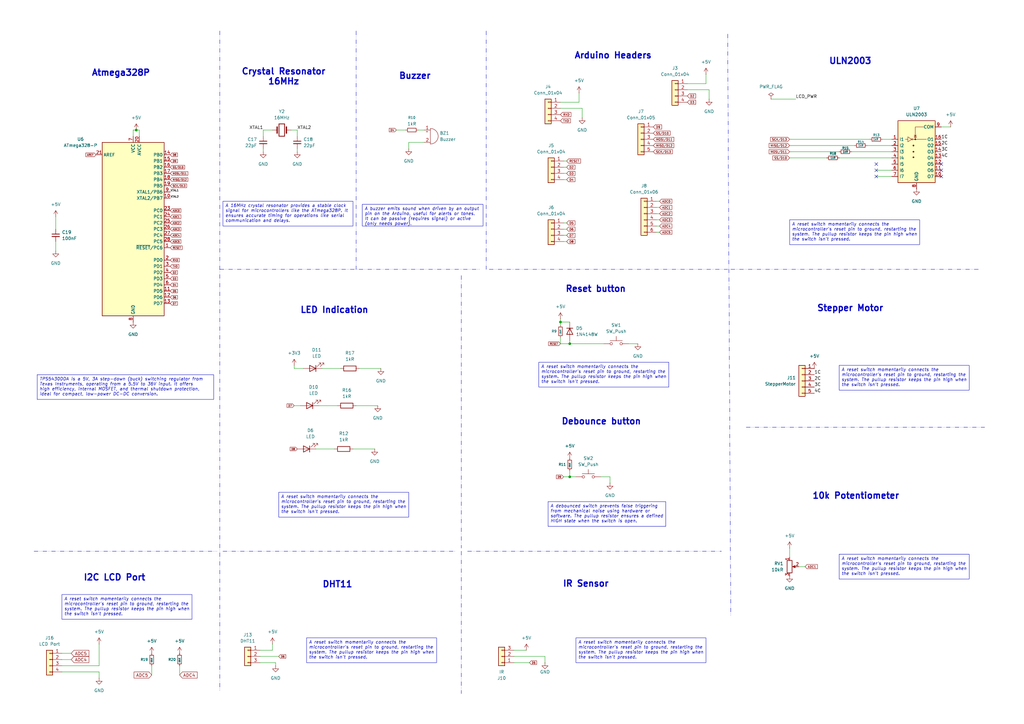
<source format=kicad_sch>
(kicad_sch (version 20250114) (generator "eeschema") (generator_version "9.0")
  (paper "A3")
  (lib_symbols
    (symbol "Connector_Generic:Conn_01x03" (pin_names (offset 1.016) (hide yes))
      (property "Reference" "J" (at 0 5.08 0))
      (property "Value" "Conn_01x03" (at 0 -5.08 0))
      (symbol "Conn_01x03_1_1"
        (pin passive line (at -5.08 2.54 0) (length 3.81) (name "Pin_1") (number "1"))
        (pin passive line (at -5.08 0 0) (length 3.81) (name "Pin_2") (number "2"))
        (pin passive line (at -5.08 -2.54 0) (length 3.81) (name "Pin_3") (number "3"))
      )
    )
    (symbol "Connector_Generic:Conn_01x04" (pin_names (offset 1.016) (hide yes))
      (property "Reference" "J" (at 0 5.08 0))
      (property "Value" "Conn_01x04" (at 0 -7.62 0))
      (symbol "Conn_01x04_1_1"
        (pin passive line (at -5.08 2.54 0) (length 3.81) (name "Pin_1") (number "1"))
        (pin passive line (at -5.08 0 0) (length 3.81) (name "Pin_2") (number "2"))
        (pin passive line (at -5.08 -2.54 0) (length 3.81) (name "Pin_3") (number "3"))
        (pin passive line (at -5.08 -5.08 0) (length 3.81) (name "Pin_4") (number "4"))
      )
    )
    (symbol "Connector_Generic:Conn_01x05" (pin_names (offset 1.016) (hide yes))
      (property "Reference" "J" (at 0 7.62 0))
      (property "Value" "Conn_01x05" (at 0 -7.62 0))
      (symbol "Conn_01x05_1_1"
        (pin passive line (at -5.08 5.08 0) (length 3.81) (name "Pin_1") (number "1"))
        (pin passive line (at -5.08 2.54 0) (length 3.81) (name "Pin_2") (number "2"))
        (pin passive line (at -5.08 0 0) (length 3.81) (name "Pin_3") (number "3"))
        (pin passive line (at -5.08 -2.54 0) (length 3.81) (name "Pin_4") (number "4"))
        (pin passive line (at -5.08 -5.08 0) (length 3.81) (name "Pin_5") (number "5"))
      )
    )
    (symbol "Connector_Generic:Conn_01x06" (pin_names (offset 1.016) (hide yes))
      (property "Reference" "J" (at 0 7.62 0))
      (property "Value" "Conn_01x06" (at 0 -10.16 0))
      (symbol "Conn_01x06_1_1"
        (pin passive line (at -5.08 5.08 0) (length 3.81) (name "Pin_1") (number "1"))
        (pin passive line (at -5.08 2.54 0) (length 3.81) (name "Pin_2") (number "2"))
        (pin passive line (at -5.08 0 0) (length 3.81) (name "Pin_3") (number "3"))
        (pin passive line (at -5.08 -2.54 0) (length 3.81) (name "Pin_4") (number "4"))
        (pin passive line (at -5.08 -5.08 0) (length 3.81) (name "Pin_5") (number "5"))
        (pin passive line (at -5.08 -7.62 0) (length 3.81) (name "Pin_6") (number "6"))
      )
    )
    (symbol "Device:Buzzer" (pin_names (offset 0.0254) (hide yes))
      (property "Reference" "BZ" (at 3.81 1.27 0))
      (property "Value" "Buzzer" (at 3.81 -1.27 0))
      (symbol "Buzzer_1_1"
        (pin passive line (at -2.54 2.54 0) (length 2.54) (name "+") (number "1"))
        (pin passive line (at -2.54 -2.54 0) (length 2.54) (name "-") (number "2"))
      )
    )
    (symbol "Device:C_Small" (pin_numbers (hide yes)) (pin_names (offset 0.254) (hide yes))
      (property "Reference" "C" (at 0.254 1.778 0))
      (property "Value" "C_Small" (at 0.254 -2.032 0))
      (symbol "C_Small_1_1"
        (pin passive line (at 0 2.54 270) (length 2.032) (name "~") (number "1"))
        (pin passive line (at 0 -2.54 90) (length 2.032) (name "~") (number "2"))
      )
    )
    (symbol "Device:Crystal" (pin_numbers (hide yes)) (pin_names (offset 1.016) (hide yes))
      (property "Reference" "Y" (at 0 3.81 0))
      (property "Value" "Crystal" (at 0 -3.81 0))
      (symbol "Crystal_1_1"
        (pin passive line (at -3.81 0 0) (length 1.27) (name "1") (number "1"))
        (pin passive line (at 3.81 0 180) (length 1.27) (name "2") (number "2"))
      )
    )
    (symbol "Device:LED" (pin_numbers (hide yes)) (pin_names (offset 1.016) (hide yes))
      (property "Reference" "D" (at 0 2.54 0))
      (property "Value" "LED" (at 0 -2.54 0))
      (symbol "LED_1_1"
        (pin passive line (at -3.81 0 0) (length 2.54) (name "K") (number "1"))
        (pin passive line (at 3.81 0 180) (length 2.54) (name "A") (number "2"))
      )
    )
    (symbol "Device:R" (pin_numbers (hide yes)) (pin_names (offset 0))
      (property "Reference" "R" (at 2.032 0 90))
      (property "Value" "R" (at 0 0 90))
      (symbol "R_1_1"
        (pin passive line (at 0 3.81 270) (length 1.27) (name "~") (number "1"))
        (pin passive line (at 0 -3.81 90) (length 1.27) (name "~") (number "2"))
      )
    )
    (symbol "Device:R_Potentiometer" (pin_names (offset 1.016) (hide yes))
      (property "Reference" "RV" (at -4.445 0 90))
      (property "Value" "R_Potentiometer" (at -2.54 0 90))
      (symbol "R_Potentiometer_1_1"
        (pin passive line (at 0 3.81 270) (length 1.27) (name "1") (number "1"))
        (pin passive line (at 0 -3.81 90) (length 1.27) (name "3") (number "3"))
        (pin passive line (at 3.81 0 180) (length 1.27) (name "2") (number "2"))
      )
    )
    (symbol "Device:R_Small" (pin_numbers (hide yes)) (pin_names (offset 0.254) (hide yes))
      (property "Reference" "R" (at 0 0 90))
      (property "Value" "R_Small" (at 1.778 0 90))
      (symbol "R_Small_1_1"
        (pin passive line (at 0 2.54 270) (length 0.762) (name "~") (number "1"))
        (pin passive line (at 0 -2.54 90) (length 0.762) (name "~") (number "2"))
      )
    )
    (symbol "Diode:1N4148W" (pin_numbers (hide yes)) (pin_names (hide yes))
      (property "Reference" "D" (at 0 2.54 0))
      (property "Value" "1N4148W" (at 0 -2.54 0))
      (symbol "1N4148W_1_1"
        (pin passive line (at -3.81 0 0) (length 2.54) (name "K") (number "1"))
        (pin passive line (at 3.81 0 180) (length 2.54) (name "A") (number "2"))
      )
    )
    (symbol "MCU_Microchip_ATmega:ATmega328-P"
      (property "Reference" "U" (at -12.7 36.83 0))
      (property "Value" "ATmega328-P" (at 2.54 -36.83 0))
      (symbol "ATmega328-P_1_1"
        (pin passive line (at -15.24 30.48 0) (length 2.54) (name "AREF") (number "21"))
        (pin power_in line (at 0 38.1 270) (length 2.54) (name "VCC") (number "7"))
        (pin passive line (at 0 -38.1 90) (length 2.54) (hide yes) (name "GND") (number "22"))
        (pin power_in line (at 0 -38.1 90) (length 2.54) (name "GND") (number "8"))
        (pin power_in line (at 2.54 38.1 270) (length 2.54) (name "AVCC") (number "20"))
        (pin bidirectional line (at 15.24 30.48 180) (length 2.54) (name "PB0") (number "14"))
        (pin bidirectional line (at 15.24 27.94 180) (length 2.54) (name "PB1") (number "15"))
        (pin bidirectional line (at 15.24 25.4 180) (length 2.54) (name "PB2") (number "16"))
        (pin bidirectional line (at 15.24 22.86 180) (length 2.54) (name "PB3") (number "17"))
        (pin bidirectional line (at 15.24 20.32 180) (length 2.54) (name "PB4") (number "18"))
        (pin bidirectional line (at 15.24 17.78 180) (length 2.54) (name "PB5") (number "19"))
        (pin bidirectional line (at 15.24 15.24 180) (length 2.54) (name "XTAL1/PB6") (number "9"))
        (pin bidirectional line (at 15.24 12.7 180) (length 2.54) (name "XTAL2/PB7") (number "10"))
        (pin bidirectional line (at 15.24 7.62 180) (length 2.54) (name "PC0") (number "23"))
        (pin bidirectional line (at 15.24 5.08 180) (length 2.54) (name "PC1") (number "24"))
        (pin bidirectional line (at 15.24 2.54 180) (length 2.54) (name "PC2") (number "25"))
        (pin bidirectional line (at 15.24 0 180) (length 2.54) (name "PC3") (number "26"))
        (pin bidirectional line (at 15.24 -2.54 180) (length 2.54) (name "PC4") (number "27"))
        (pin bidirectional line (at 15.24 -5.08 180) (length 2.54) (name "PC5") (number "28"))
        (pin bidirectional line (at 15.24 -7.62 180) (length 2.54) (name "~{RESET}/PC6") (number "1"))
        (pin bidirectional line (at 15.24 -12.7 180) (length 2.54) (name "PD0") (number "2"))
        (pin bidirectional line (at 15.24 -15.24 180) (length 2.54) (name "PD1") (number "3"))
        (pin bidirectional line (at 15.24 -17.78 180) (length 2.54) (name "PD2") (number "4"))
        (pin bidirectional line (at 15.24 -20.32 180) (length 2.54) (name "PD3") (number "5"))
        (pin bidirectional line (at 15.24 -22.86 180) (length 2.54) (name "PD4") (number "6"))
        (pin bidirectional line (at 15.24 -25.4 180) (length 2.54) (name "PD5") (number "11"))
        (pin bidirectional line (at 15.24 -27.94 180) (length 2.54) (name "PD6") (number "12"))
        (pin bidirectional line (at 15.24 -30.48 180) (length 2.54) (name "PD7") (number "13"))
      )
    )
    (symbol "Switch:SW_Push" (pin_numbers (hide yes)) (pin_names (offset 1.016) (hide yes))
      (property "Reference" "SW" (at 1.27 2.54 0))
      (property "Value" "SW_Push" (at 0 -1.524 0))
      (symbol "SW_Push_0_1"
        (pin passive line (at -5.08 0 0) (length 2.54) (name "1") (number "1"))
        (pin passive line (at 5.08 0 180) (length 2.54) (name "2") (number "2"))
      )
    )
    (symbol "Transistor_Array:ULN2003"
      (property "Reference" "U" (at 0 15.875 0))
      (property "Value" "ULN2003" (at 0 13.97 0))
      (symbol "ULN2003_1_1"
        (pin input line (at -10.16 5.08 0) (length 2.54) (name "I1") (number "1"))
        (pin input line (at -10.16 2.54 0) (length 2.54) (name "I2") (number "2"))
        (pin input line (at -10.16 0 0) (length 2.54) (name "I3") (number "3"))
        (pin input line (at -10.16 -2.54 0) (length 2.54) (name "I4") (number "4"))
        (pin input line (at -10.16 -5.08 0) (length 2.54) (name "I5") (number "5"))
        (pin input line (at -10.16 -7.62 0) (length 2.54) (name "I6") (number "6"))
        (pin input line (at -10.16 -10.16 0) (length 2.54) (name "I7") (number "7"))
        (pin power_in line (at 0 -15.24 90) (length 2.54) (name "GND") (number "8"))
        (pin passive line (at 10.16 10.16 180) (length 2.54) (name "COM") (number "9"))
        (pin open_collector line (at 10.16 5.08 180) (length 2.54) (name "O1") (number "16"))
        (pin open_collector line (at 10.16 2.54 180) (length 2.54) (name "O2") (number "15"))
        (pin open_collector line (at 10.16 0 180) (length 2.54) (name "O3") (number "14"))
        (pin open_collector line (at 10.16 -2.54 180) (length 2.54) (name "O4") (number "13"))
        (pin open_collector line (at 10.16 -5.08 180) (length 2.54) (name "O5") (number "12"))
        (pin open_collector line (at 10.16 -7.62 180) (length 2.54) (name "O6") (number "11"))
        (pin open_collector line (at 10.16 -10.16 180) (length 2.54) (name "O7") (number "10"))
      )
    )
    (symbol "power:+3V3" (power) (pin_numbers (hide yes)) (pin_names (offset 0) (hide yes))
      (property "Value" "+3V3" (at 0 3.556 0))
      (symbol "+3V3_1_1"
        (pin power_in line (at 0 0 90) (length 0) (name "~") (number "1"))
      )
    )
    (symbol "power:+5V" (power) (pin_numbers (hide yes)) (pin_names (offset 0) (hide yes))
      (property "Value" "+5V" (at 0 3.556 0))
      (symbol "+5V_1_1"
        (pin power_in line (at 0 0 90) (length 0) (name "~") (number "1"))
      )
    )
    (symbol "power:GND" (power) (pin_numbers (hide yes)) (pin_names (offset 0) (hide yes))
      (property "Value" "GND" (at 0 -3.81 0))
      (symbol "GND_1_1"
        (pin power_in line (at 0 0 270) (length 0) (name "~") (number "1"))
      )
    )
    (symbol "power:PWR_FLAG" (power) (pin_numbers (hide yes)) (pin_names (offset 0) (hide yes))
      (property "Value" "PWR_FLAG" (at 0 3.81 0))
      (symbol "PWR_FLAG_0_0"
        (pin power_out line (at 0 0 90) (length 0) (name "~") (number "1"))
      )
    )
  )
  (text "Debounce button" (at 246.634 172.974 0) (effects (font (size 2.54 2.54) (thickness 0.508) (bold yes))))
  (text "DHT11" (at 138.43 239.776 0) (effects (font (size 2.54 2.54) (thickness 0.508) (bold yes))))
  (text "Buzzer" (at 170.18 31.242 0) (effects (font (size 2.54 2.54) (thickness 0.508) (bold yes))))
  (text "Reset button" (at 244.348 118.618 0) (effects (font (size 2.54 2.54) (thickness 0.508) (bold yes))))
  (text "Atmega328P" (at 61.722 29.972 0) (effects (font (size 2.54 2.54) (thickness 0.508) (bold yes)) (justify right)))
  (text "Arduino Headers" (at 251.46 22.86 0) (effects (font (size 2.54 2.54) (thickness 0.508) (bold yes))))
  (text "Stepper Motor" (at 348.742 126.492 0) (effects (font (size 2.54 2.54) (thickness 0.508) (bold yes))))
  (text "ULN2003" (at 348.742 25.146 0) (effects (font (size 2.54 2.54) (thickness 0.508) (bold yes))))
  (text "LED Indication" (at 137.16 127.254 0) (effects (font (size 2.54 2.54) (thickness 0.508) (bold yes))))
  (text "I2C LCD Port" (at 46.99 236.982 0) (effects (font (size 2.54 2.54) (thickness 0.508) (bold yes))))
  (text "Crystal Resonator\n16MHz" (at 116.332 31.496 0) (effects (font (size 2.54 2.54) (thickness 0.508) (bold yes))))
  (text "10k Potentiometer" (at 351.028 203.454 0) (effects (font (size 2.54 2.54) (thickness 0.508) (bold yes))))
  (text "IR Sensor" (at 240.284 239.522 0) (effects (font (size 2.54 2.54) (thickness 0.508) (bold yes))))
  (text_box "A 16MHz crystal resonator provides a stable clock signal for microcontrollers like the ATmega328P. It ensures accurate timing for operations like serial communication and delays." (at 91.44 82.55 0) (size 53.34 10.16) (margins 0.9525 0.9525 0.9525 0.9525) (effects (font (size 1.27 1.27) (italic yes)) (justify left top)))
  (text_box "TPS5430DDA is a 5V, 3A step-down (buck) switching regulator from \nTexas Instruments, operating from a 5.5V to 36V input. It offers \nhigh efficiency, internal MOSFET, and thermal shutdown protection, \nideal for compact, low-power DC-DC conversion." (at 15.24 153.67 0) (size 72.39 10.16) (margins 0.9525 0.9525 0.9525 0.9525) (effects (font (size 1.27 1.27) (italic yes)) (justify left top)))
  (text_box "A reset switch momentarily connects the microcontroller's reset pin to ground, restarting the system. The pullup resistor keeps the pin high when the switch isn't pressed." (at 125.73 261.62 0) (size 53.34 10.16) (margins 0.9525 0.9525 0.9525 0.9525) (effects (font (size 1.27 1.27) (italic yes)) (justify left top)))
  (text_box "A reset switch momentarily connects the microcontroller's reset pin to ground, restarting the system. The pullup resistor keeps the pin high when the switch isn't pressed." (at 344.17 149.86 0) (size 53.34 10.16) (margins 0.9525 0.9525 0.9525 0.9525) (effects (font (size 1.27 1.27) (italic yes)) (justify left top)))
  (text_box "A reset switch momentarily connects the microcontroller's reset pin to ground, restarting the system. The pullup resistor keeps the pin high when the switch isn't pressed." (at 220.98 148.59 0) (size 53.34 10.16) (margins 0.9525 0.9525 0.9525 0.9525) (effects (font (size 1.27 1.27) (italic yes)) (justify left top)))
  (text_box "A debounced switch prevents false triggering from mechanical noise using hardware or software. The pullup resistor ensures a defined HIGH state when the switch is open." (at 224.79 205.74 0) (size 48.26 10.16) (margins 0.9525 0.9525 0.9525 0.9525) (effects (font (size 1.27 1.27) (italic yes)) (justify left top)))
  (text_box "A reset switch momentarily connects the microcontroller's reset pin to ground, restarting the system. The pullup resistor keeps the pin high when the switch isn't pressed." (at 344.17 227.33 0) (size 53.34 10.16) (margins 0.9525 0.9525 0.9525 0.9525) (effects (font (size 1.27 1.27) (italic yes)) (justify left top)))
  (text_box "A reset switch momentarily connects the microcontroller's reset pin to ground, restarting the system. The pullup resistor keeps the pin high when the switch isn't pressed." (at 323.85 90.17 0) (size 53.34 10.16) (margins 0.9525 0.9525 0.9525 0.9525) (effects (font (size 1.27 1.27) (italic yes)) (justify left top)))
  (text_box "A buzzer emits sound when driven by an output pin on the Arduino, useful for alerts or tones. It can be passive (requires signal) or active (only needs power)." (at 148.59 83.82 0) (size 49.53 8.89) (margins 0.9525 0.9525 0.9525 0.9525) (effects (font (size 1.27 1.27) (italic yes)) (justify left top)))
  (text_box "A reset switch momentarily connects the microcontroller's reset pin to ground, restarting the system. The pullup resistor keeps the pin high when the switch isn't pressed." (at 236.22 261.62 0) (size 53.34 10.16) (margins 0.9525 0.9525 0.9525 0.9525) (effects (font (size 1.27 1.27) (italic yes)) (justify left top)))
  (text_box "A reset switch momentarily connects the microcontroller's reset pin to ground, restarting the system. The pullup resistor keeps the pin high when the switch isn't pressed." (at 25.4 243.84 0) (size 53.34 10.16) (margins 0.9525 0.9525 0.9525 0.9525) (effects (font (size 1.27 1.27) (italic yes)) (justify left top)))
  (text_box "A reset switch momentarily connects the microcontroller's reset pin to ground, restarting the system. The pullup resistor keeps the pin high when the switch isn't pressed." (at 114.3 201.93 0) (size 53.34 10.16) (margins 0.9525 0.9525 0.9525 0.9525) (effects (font (size 1.27 1.27) (italic yes)) (justify left top)))
  (junction (at 233.68 140.97))
  (junction (at 55.88 53.34))
  (junction (at 233.68 195.58))
  (junction (at 229.87 132.08))
  (no_connect (at 386.08 69.85))
  (no_connect (at 386.08 67.31))
  (no_connect (at 386.08 72.39))
  (no_connect (at 359.41 69.85))
  (no_connect (at 359.41 67.31))
  (no_connect (at 359.41 72.39))
  (wire (pts (xy 323.85 57.15) (xy 356.87 57.15)))
  (wire (pts (xy 237.49 41.91) (xy 229.87 41.91)))
  (wire (pts (xy 120.65 151.13) (xy 124.46 151.13)))
  (wire (pts (xy 231.14 66.04) (xy 232.41 66.04)))
  (wire (pts (xy 361.95 57.15) (xy 365.76 57.15)))
  (wire (pts (xy 167.64 58.42) (xy 173.99 58.42)))
  (wire (pts (xy 229.87 130.81) (xy 229.87 132.08)))
  (polyline (pts (xy 91.44 226.06) (xy 186.69 226.06)) (stroke (width 0) (type dash_dot_dot)))
  (wire (pts (xy 57.15 55.88) (xy 57.15 53.34)))
  (wire (pts (xy 223.52 269.24) (xy 223.52 271.78)))
  (wire (pts (xy 389.89 52.07) (xy 386.08 52.07)))
  (polyline (pts (xy 299.72 110.49) (xy 401.32 110.49)) (stroke (width 0) (type dash_dot_dot)))
  (wire (pts (xy 120.65 149.86) (xy 120.65 151.13)))
  (wire (pts (xy 113.03 273.05) (xy 113.03 271.78)))
  (wire (pts (xy 210.82 271.78) (xy 217.17 271.78)))
  (wire (pts (xy 250.19 195.58) (xy 246.38 195.58)))
  (wire (pts (xy 54.61 53.34) (xy 55.88 53.34)))
  (polyline (pts (xy 146.05 12.7) (xy 146.05 110.49)) (stroke (width 0) (type dash_dot_dot)))
  (wire (pts (xy 233.68 195.58) (xy 236.22 195.58)))
  (wire (pts (xy 250.19 198.12) (xy 250.19 195.58)))
  (wire (pts (xy 120.65 166.37) (xy 123.19 166.37)))
  (wire (pts (xy 355.6 59.69) (xy 365.76 59.69)))
  (wire (pts (xy 233.68 139.7) (xy 233.68 140.97)))
  (wire (pts (xy 167.64 60.96) (xy 167.64 58.42)))
  (wire (pts (xy 229.87 140.97) (xy 233.68 140.97)))
  (wire (pts (xy 162.56 53.34) (xy 166.37 53.34)))
  (polyline (pts (xy 90.17 110.49) (xy 196.85 110.49)) (stroke (width 0) (type dash_dot_dot)))
  (wire (pts (xy 269.24 85.09) (xy 270.51 85.09)))
  (wire (pts (xy 359.41 72.39) (xy 365.76 72.39)))
  (wire (pts (xy 269.24 92.71) (xy 270.51 92.71)))
  (wire (pts (xy 154.94 166.37) (xy 146.05 166.37)))
  (polyline (pts (xy 90.17 12.7) (xy 90.17 283.21)) (stroke (width 0) (type dash_dot_dot)))
  (wire (pts (xy 57.15 53.34) (xy 55.88 53.34)))
  (wire (pts (xy 62.23 276.86) (xy 62.23 273.05)))
  (polyline (pts (xy 199.39 12.7) (xy 199.39 110.49)) (stroke (width 0) (type dash_dot_dot)))
  (wire (pts (xy 269.24 82.55) (xy 270.51 82.55)))
  (wire (pts (xy 231.14 91.44) (xy 232.41 91.44)))
  (polyline (pts (xy 189.23 113.03) (xy 189.23 224.79)) (stroke (width 0) (type dash_dot_dot)))
  (wire (pts (xy 231.14 99.06) (xy 232.41 99.06)))
  (polyline (pts (xy 200.66 110.49) (xy 298.45 110.49)) (stroke (width 0) (type dash_dot_dot)))
  (wire (pts (xy 129.54 184.15) (xy 137.16 184.15)))
  (wire (pts (xy 233.68 140.97) (xy 247.65 140.97)))
  (wire (pts (xy 121.92 62.23) (xy 121.92 60.96)))
  (wire (pts (xy 54.61 55.88) (xy 54.61 53.34)))
  (wire (pts (xy 22.86 99.06) (xy 22.86 102.87)))
  (wire (pts (xy 111.76 264.16) (xy 111.76 266.7)))
  (wire (pts (xy 231.14 71.12) (xy 232.41 71.12)))
  (wire (pts (xy 289.56 30.48) (xy 289.56 34.29)))
  (wire (pts (xy 359.41 69.85) (xy 365.76 69.85)))
  (wire (pts (xy 229.87 138.43) (xy 229.87 140.97)))
  (wire (pts (xy 231.14 73.66) (xy 232.41 73.66)))
  (wire (pts (xy 290.83 40.64) (xy 290.83 36.83)))
  (wire (pts (xy 231.14 195.58) (xy 233.68 195.58)))
  (wire (pts (xy 229.87 132.08) (xy 229.87 133.35)))
  (wire (pts (xy 25.4 270.51) (xy 29.21 270.51)))
  (wire (pts (xy 231.14 96.52) (xy 232.41 96.52)))
  (wire (pts (xy 25.4 267.97) (xy 29.21 267.97)))
  (wire (pts (xy 107.95 60.96) (xy 107.95 62.23)))
  (polyline (pts (xy 13.97 226.06) (xy 88.9 226.06)) (stroke (width 0) (type dash_dot_dot)))
  (wire (pts (xy 156.21 151.13) (xy 147.32 151.13)))
  (wire (pts (xy 237.49 38.1) (xy 237.49 41.91)))
  (wire (pts (xy 40.64 278.13) (xy 40.64 275.59)))
  (wire (pts (xy 132.08 151.13) (xy 139.7 151.13)))
  (wire (pts (xy 40.64 273.05) (xy 25.4 273.05)))
  (wire (pts (xy 111.76 266.7) (xy 106.68 266.7)))
  (polyline (pts (xy 298.45 13.97) (xy 299.72 252.73)) (stroke (width 0) (type dash_dot_dot)))
  (wire (pts (xy 73.66 276.86) (xy 73.66 273.05)))
  (wire (pts (xy 22.86 88.9) (xy 22.86 93.98)))
  (polyline (pts (xy 191.77 226.06) (xy 295.91 226.06)) (stroke (width 0) (type dash_dot_dot)))
  (wire (pts (xy 323.85 224.79) (xy 323.85 228.6)))
  (wire (pts (xy 215.9 266.7) (xy 210.82 266.7)))
  (wire (pts (xy 344.17 64.77) (xy 365.76 64.77)))
  (wire (pts (xy 231.14 93.98) (xy 232.41 93.98)))
  (wire (pts (xy 290.83 36.83) (xy 281.94 36.83)))
  (wire (pts (xy 40.64 264.16) (xy 40.64 273.05)))
  (wire (pts (xy 233.68 193.04) (xy 233.68 195.58)))
  (polyline (pts (xy 306.07 175.26) (xy 403.86 175.26)) (stroke (width 0) (type dash_dot_dot)))
  (wire (pts (xy 316.23 40.64) (xy 326.39 40.64)))
  (wire (pts (xy 238.76 48.26) (xy 238.76 44.45)))
  (wire (pts (xy 269.24 90.17) (xy 270.51 90.17)))
  (wire (pts (xy 107.95 55.88) (xy 107.95 53.34)))
  (wire (pts (xy 113.03 271.78) (xy 106.68 271.78)))
  (wire (pts (xy 231.14 68.58) (xy 232.41 68.58)))
  (wire (pts (xy 327.66 232.41) (xy 330.2 232.41)))
  (wire (pts (xy 171.45 53.34) (xy 173.99 53.34)))
  (wire (pts (xy 269.24 87.63) (xy 270.51 87.63)))
  (wire (pts (xy 153.67 184.15) (xy 144.78 184.15)))
  (wire (pts (xy 25.4 275.59) (xy 40.64 275.59)))
  (wire (pts (xy 121.92 53.34) (xy 119.38 53.34)))
  (wire (pts (xy 349.25 62.23) (xy 365.76 62.23)))
  (wire (pts (xy 238.76 44.45) (xy 229.87 44.45)))
  (wire (pts (xy 323.85 59.69) (xy 350.52 59.69)))
  (wire (pts (xy 130.81 166.37) (xy 138.43 166.37)))
  (wire (pts (xy 114.3 269.24) (xy 106.68 269.24)))
  (wire (pts (xy 269.24 95.25) (xy 270.51 95.25)))
  (wire (pts (xy 229.87 132.08) (xy 233.68 132.08)))
  (polyline (pts (xy 189.23 226.06) (xy 189.23 284.48)) (stroke (width 0) (type dash_dot_dot)))
  (wire (pts (xy 210.82 269.24) (xy 223.52 269.24)))
  (wire (pts (xy 261.62 140.97) (xy 257.81 140.97)))
  (wire (pts (xy 121.92 55.88) (xy 121.92 53.34)))
  (wire (pts (xy 344.17 62.23) (xy 323.85 62.23)))
  (wire (pts (xy 323.85 64.77) (xy 339.09 64.77)))
  (wire (pts (xy 289.56 34.29) (xy 281.94 34.29)))
  (wire (pts (xy 107.95 53.34) (xy 111.76 53.34)))
  (label "LCD_PWR" (at 326.39 40.64 0))
  (label "1C" (at 386.08 57.15 0))
  (label "XTAL2" (at 121.92 53.34 0))
  (label "XTAL2" (at 69.85 81.28 0) (effects (font (size 0.762 0.762))))
  (label "XTAL1" (at 107.95 53.34 180))
  (label "XTAL1" (at 69.85 78.74 0) (effects (font (size 0.762 0.762))))
  (label "1C" (at 334.01 153.67 0))
  (label "3C" (at 334.01 158.75 0))
  (label "4C" (at 386.08 64.77 0))
  (label "2C" (at 334.01 156.21 0))
  (label "4C" (at 334.01 161.29 0))
  (label "2C" (at 386.08 59.69 0))
  (label "3C" (at 386.08 62.23 0))
  (global_label "MOSI{slash}D11" (shape input) (at 267.97 57.15 0) (effects (font (size 0.889 0.889))) (property "Intersheetrefs" "${INTERSHEET_REFS}" (effects (hide yes))))
  (global_label "D8" (shape input) (at 69.85 63.5 0) (effects (font (size 0.762 0.762))) (property "Intersheetrefs" "${INTERSHEET_REFS}" (effects (hide yes))))
  (global_label "AREF" (shape input) (at 39.37 63.5 180) (effects (font (size 0.762 0.762))) (property "Intersheetrefs" "${INTERSHEET_REFS}" (effects (hide yes))))
  (global_label "SCK{slash}D13" (shape input) (at 323.85 57.15 180) (effects (font (size 0.889 0.889))) (property "Intersheetrefs" "${INTERSHEET_REFS}" (effects (hide yes))))
  (global_label "D3" (shape input) (at 69.85 114.3 0) (effects (font (size 0.762 0.762))) (property "Intersheetrefs" "${INTERSHEET_REFS}" (effects (hide yes))))
  (global_label "ADC2" (shape input) (at 69.85 91.44 0) (effects (font (size 0.762 0.762))) (property "Intersheetrefs" "${INTERSHEET_REFS}" (effects (hide yes))))
  (global_label "D4" (shape input) (at 69.85 116.84 0) (effects (font (size 0.762 0.762))) (property "Intersheetrefs" "${INTERSHEET_REFS}" (effects (hide yes))))
  (global_label "D8" (shape input) (at 121.92 184.15 180) (effects (font (size 0.762 0.762))) (property "Intersheetrefs" "${INTERSHEET_REFS}" (effects (hide yes))))
  (global_label "RXD" (shape input) (at 229.87 46.99 0) (effects (font (size 0.889 0.889))) (property "Intersheetrefs" "${INTERSHEET_REFS}" (effects (hide yes))))
  (global_label "RESET" (shape input) (at 229.87 140.97 180) (effects (font (size 0.762 0.762))) (property "Intersheetrefs" "${INTERSHEET_REFS}" (effects (hide yes))))
  (global_label "MISO{slash}D12" (shape input) (at 323.85 59.69 180) (effects (font (size 0.889 0.889))) (property "Intersheetrefs" "${INTERSHEET_REFS}" (effects (hide yes))))
  (global_label "D3" (shape input) (at 281.94 41.91 0) (effects (font (size 0.889 0.889))) (property "Intersheetrefs" "${INTERSHEET_REFS}" (effects (hide yes))))
  (global_label "MOSI{slash}D11" (shape input) (at 69.85 71.12 0) (effects (font (size 0.762 0.762))) (property "Intersheetrefs" "${INTERSHEET_REFS}" (effects (hide yes))))
  (global_label "D5" (shape input) (at 232.41 91.44 0) (effects (font (size 0.889 0.889))) (property "Intersheetrefs" "${INTERSHEET_REFS}" (effects (hide yes))))
  (global_label "SS{slash}D10" (shape input) (at 267.97 54.61 0) (effects (font (size 0.889 0.889))) (property "Intersheetrefs" "${INTERSHEET_REFS}" (effects (hide yes))))
  (global_label "D5" (shape input) (at 217.17 271.78 0) (effects (font (size 0.762 0.762))) (property "Intersheetrefs" "${INTERSHEET_REFS}" (effects (hide yes))))
  (global_label "D6" (shape input) (at 114.3 269.24 0) (effects (font (size 0.762 0.762))) (property "Intersheetrefs" "${INTERSHEET_REFS}" (effects (hide yes))))
  (global_label "ADC1" (shape input) (at 330.2 232.41 0) (effects (font (size 0.889 0.889))) (property "Intersheetrefs" "${INTERSHEET_REFS}" (effects (hide yes))))
  (global_label "SCK{slash}D13" (shape input) (at 267.97 62.23 0) (effects (font (size 0.889 0.889))) (property "Intersheetrefs" "${INTERSHEET_REFS}" (effects (hide yes))))
  (global_label "TXD" (shape input) (at 229.87 49.53 0) (effects (font (size 0.889 0.889))) (property "Intersheetrefs" "${INTERSHEET_REFS}" (effects (hide yes))))
  (global_label "D9" (shape input) (at 267.97 52.07 0) (effects (font (size 0.889 0.889))) (property "Intersheetrefs" "${INTERSHEET_REFS}" (effects (hide yes))))
  (global_label "ADC4" (shape input) (at 73.66 276.86 0) (property "Intersheetrefs" "${INTERSHEET_REFS}" (effects (hide yes))))
  (global_label "MISO{slash}D12" (shape input) (at 69.85 73.66 0) (effects (font (size 0.762 0.762))) (property "Intersheetrefs" "${INTERSHEET_REFS}" (effects (hide yes))))
  (global_label "ADC5" (shape input) (at 29.21 267.97 0) (property "Intersheetrefs" "${INTERSHEET_REFS}" (effects (hide yes))))
  (global_label "ADC5" (shape input) (at 69.85 99.06 0) (effects (font (size 0.762 0.762))) (property "Intersheetrefs" "${INTERSHEET_REFS}" (effects (hide yes))))
  (global_label "D9" (shape input) (at 231.14 195.58 180) (effects (font (size 0.762 0.762))) (property "Intersheetrefs" "${INTERSHEET_REFS}" (effects (hide yes))))
  (global_label "ADC4" (shape input) (at 29.21 270.51 0) (property "Intersheetrefs" "${INTERSHEET_REFS}" (effects (hide yes))))
  (global_label "ADC1" (shape input) (at 270.51 85.09 0) (effects (font (size 0.889 0.889))) (property "Intersheetrefs" "${INTERSHEET_REFS}" (effects (hide yes))))
  (global_label "SS{slash}D10" (shape input) (at 323.85 64.77 180) (effects (font (size 0.889 0.889))) (property "Intersheetrefs" "${INTERSHEET_REFS}" (effects (hide yes))))
  (global_label "D2" (shape input) (at 281.94 39.37 0) (effects (font (size 0.889 0.889))) (property "Intersheetrefs" "${INTERSHEET_REFS}" (effects (hide yes))))
  (global_label "ADC0" (shape input) (at 69.85 86.36 0) (effects (font (size 0.762 0.762))) (property "Intersheetrefs" "${INTERSHEET_REFS}" (effects (hide yes))))
  (global_label "ADC2" (shape input) (at 270.51 87.63 0) (effects (font (size 0.889 0.889))) (property "Intersheetrefs" "${INTERSHEET_REFS}" (effects (hide yes))))
  (global_label "D8" (shape input) (at 232.41 99.06 0) (effects (font (size 0.889 0.889))) (property "Intersheetrefs" "${INTERSHEET_REFS}" (effects (hide yes))))
  (global_label "RXD" (shape input) (at 69.85 106.68 0) (effects (font (size 0.762 0.762))) (property "Intersheetrefs" "${INTERSHEET_REFS}" (effects (hide yes))))
  (global_label "ADC4" (shape input) (at 270.51 92.71 0) (effects (font (size 0.889 0.889))) (property "Intersheetrefs" "${INTERSHEET_REFS}" (effects (hide yes))))
  (global_label "MOSI{slash}D11" (shape input) (at 323.85 62.23 180) (effects (font (size 0.889 0.889))) (property "Intersheetrefs" "${INTERSHEET_REFS}" (effects (hide yes))))
  (global_label "SS{slash}D10" (shape input) (at 69.85 68.58 0) (effects (font (size 0.762 0.762))) (property "Intersheetrefs" "${INTERSHEET_REFS}" (effects (hide yes))))
  (global_label "ADC5" (shape input) (at 270.51 95.25 0) (effects (font (size 0.889 0.889))) (property "Intersheetrefs" "${INTERSHEET_REFS}" (effects (hide yes))))
  (global_label "ADC3" (shape input) (at 270.51 90.17 0) (effects (font (size 0.889 0.889))) (property "Intersheetrefs" "${INTERSHEET_REFS}" (effects (hide yes))))
  (global_label "D2" (shape input) (at 69.85 111.76 0) (effects (font (size 0.762 0.762))) (property "Intersheetrefs" "${INTERSHEET_REFS}" (effects (hide yes))))
  (global_label "ADC5" (shape input) (at 62.23 276.86 180) (property "Intersheetrefs" "${INTERSHEET_REFS}" (effects (hide yes))))
  (global_label "TXD" (shape input) (at 69.85 109.22 0) (effects (font (size 0.762 0.762))) (property "Intersheetrefs" "${INTERSHEET_REFS}" (effects (hide yes))))
  (global_label "SCK{slash}D13" (shape input) (at 69.85 76.2 0) (effects (font (size 0.762 0.762))) (property "Intersheetrefs" "${INTERSHEET_REFS}" (effects (hide yes))))
  (global_label "D6" (shape input) (at 232.41 93.98 0) (effects (font (size 0.889 0.889))) (property "Intersheetrefs" "${INTERSHEET_REFS}" (effects (hide yes))))
  (global_label "ADC0" (shape input) (at 270.51 82.55 0) (effects (font (size 0.889 0.889))) (property "Intersheetrefs" "${INTERSHEET_REFS}" (effects (hide yes))))
  (global_label "ADC3" (shape input) (at 69.85 93.98 0) (effects (font (size 0.762 0.762))) (property "Intersheetrefs" "${INTERSHEET_REFS}" (effects (hide yes))))
  (global_label "D7" (shape input) (at 69.85 124.46 0) (effects (font (size 0.762 0.762))) (property "Intersheetrefs" "${INTERSHEET_REFS}" (effects (hide yes))))
  (global_label "D3" (shape input) (at 232.41 71.12 0) (effects (font (size 0.889 0.889))) (property "Intersheetrefs" "${INTERSHEET_REFS}" (effects (hide yes))))
  (global_label "D6" (shape input) (at 69.85 121.92 0) (effects (font (size 0.762 0.762))) (property "Intersheetrefs" "${INTERSHEET_REFS}" (effects (hide yes))))
  (global_label "RESET" (shape input) (at 69.85 101.6 0) (effects (font (size 0.762 0.762))) (property "Intersheetrefs" "${INTERSHEET_REFS}" (effects (hide yes))))
  (global_label "D7" (shape input) (at 120.65 166.37 180) (effects (font (size 0.762 0.762))) (property "Intersheetrefs" "${INTERSHEET_REFS}" (effects (hide yes))))
  (global_label "D5" (shape input) (at 69.85 119.38 0) (effects (font (size 0.762 0.762))) (property "Intersheetrefs" "${INTERSHEET_REFS}" (effects (hide yes))))
  (global_label "D2" (shape input) (at 232.41 68.58 0) (effects (font (size 0.889 0.889))) (property "Intersheetrefs" "${INTERSHEET_REFS}" (effects (hide yes))))
  (global_label "MISO{slash}D12" (shape input) (at 267.97 59.69 0) (effects (font (size 0.889 0.889))) (property "Intersheetrefs" "${INTERSHEET_REFS}" (effects (hide yes))))
  (global_label "RESET" (shape input) (at 232.41 66.04 0) (effects (font (size 0.889 0.889))) (property "Intersheetrefs" "${INTERSHEET_REFS}" (effects (hide yes))))
  (global_label "D9" (shape input) (at 69.85 66.04 0) (effects (font (size 0.762 0.762))) (property "Intersheetrefs" "${INTERSHEET_REFS}" (effects (hide yes))))
  (global_label "D4" (shape input) (at 232.41 73.66 0) (effects (font (size 0.889 0.889))) (property "Intersheetrefs" "${INTERSHEET_REFS}" (effects (hide yes))))
  (global_label "D7" (shape input) (at 232.41 96.52 0) (effects (font (size 0.889 0.889))) (property "Intersheetrefs" "${INTERSHEET_REFS}" (effects (hide yes))))
  (global_label "ADC1" (shape input) (at 69.85 88.9 0) (effects (font (size 0.762 0.762))) (property "Intersheetrefs" "${INTERSHEET_REFS}" (effects (hide yes))))
  (global_label "D4" (shape input) (at 162.56 53.34 180) (effects (font (size 0.762 0.762))) (property "Intersheetrefs" "${INTERSHEET_REFS}" (effects (hide yes))))
  (global_label "ADC4" (shape input) (at 69.85 96.52 0) (effects (font (size 0.762 0.762))) (property "Intersheetrefs" "${INTERSHEET_REFS}" (effects (hide yes))))
  (symbol (lib_id "Device:R_Small") (at 229.87 135.89 0) (mirror y) (unit 1)
    (property "Reference" "R9" (at 228.346 135.89 0) (effects (font (size 1.016 1.016)) (justify left)))
    (property "Value" "10kR" (at 229.87 137.16 90) (effects (font (size 0.508 0.508)) (justify left)))
    (property "Footprint" "Resistor_SMD:R_0402_1005Metric" (effects (hide yes)))
    (property "Description" "Resistor, small symbol" (effects (hide yes)))
  )
  (symbol (lib_id "power:GND") (at 54.61 132.08 0) (unit 1)
    (property "Reference" "#PWR029" (effects (hide yes)))
    (property "Value" "GND" (at 54.61 137.16 0))
    (property "Description" "Power symbol creates a global label with name \"GND\" , ground" (effects (hide yes)))
  )
  (symbol (lib_id "power:GND") (at 323.85 236.22 0) (unit 1)
    (property "Reference" "#PWR042" (effects (hide yes)))
    (property "Value" "GND" (at 323.85 241.3 0))
    (property "Description" "Power symbol creates a global label with name \"GND\" , ground" (effects (hide yes)))
  )
  (symbol (lib_id "Connector_Generic:Conn_01x03") (at 101.6 269.24 0) (mirror y) (unit 1)
    (property "Reference" "J13" (at 101.6 260.35 0))
    (property "Value" "DHT11" (at 101.6 262.89 0))
    (property "Footprint" "Connector_JST:JST_EH_B3B-EH-A_1x03_P2.50mm_Vertical" (effects (hide yes)))
    (property "Description" "Generic connector, single row, 01x03, script generated (kicad-library-utils/schlib/autogen/connector/)" (effects (hide yes)))
  )
  (symbol (lib_id "Device:LED") (at 128.27 151.13 180) (unit 1)
    (property "Reference" "D11" (at 129.8575 143.51 0))
    (property "Value" "LED" (at 129.8575 146.05 0))
    (property "Footprint" "LED_SMD:LED_0805_2012Metric" (effects (hide yes)))
    (property "Description" "Light emitting diode" (effects (hide yes)))
    (property "Sim.Pins" "1=K 2=A" (effects (hide yes)))
  )
  (symbol (lib_id "Device:LED") (at 127 166.37 180) (unit 1)
    (property "Reference" "D10" (at 128.5875 158.75 0))
    (property "Value" "LED" (at 128.5875 161.29 0))
    (property "Footprint" "LED_SMD:LED_0805_2012Metric" (effects (hide yes)))
    (property "Description" "Light emitting diode" (effects (hide yes)))
    (property "Sim.Pins" "1=K 2=A" (effects (hide yes)))
  )
  (symbol (lib_id "power:GND") (at 375.92 77.47 0) (unit 1)
    (property "Reference" "#PWR045" (effects (hide yes)))
    (property "Value" "GND" (at 375.92 82.55 0))
    (property "Description" "Power symbol creates a global label with name \"GND\" , ground" (effects (hide yes)))
  )
  (symbol (lib_id "Device:R_Small") (at 62.23 270.51 0) (mirror y) (unit 1)
    (property "Reference" "R19" (at 60.706 270.51 0) (effects (font (size 1.016 1.016)) (justify left)))
    (property "Value" "10kR" (at 62.23 271.78 90) (effects (font (size 0.508 0.508)) (justify left)))
    (property "Footprint" "Resistor_SMD:R_0402_1005Metric" (effects (hide yes)))
    (property "Description" "Resistor, small symbol" (effects (hide yes)))
  )
  (symbol (lib_id "Device:C_Small") (at 121.92 58.42 0) (unit 1)
    (property "Reference" "C18" (at 124.46 57.1562 0) (effects (justify left)))
    (property "Value" "22pF" (at 124.46 59.6962 0) (effects (justify left)))
    (property "Footprint" "Capacitor_SMD:C_0805_2012Metric" (effects (hide yes)))
    (property "Description" "Unpolarized capacitor, small symbol" (effects (hide yes)))
  )
  (symbol (lib_id "power:+5V") (at 22.86 88.9 0) (unit 1)
    (property "Reference" "#PWR035" (effects (hide yes)))
    (property "Value" "+5V" (at 22.86 83.82 0))
    (property "Description" "Power symbol creates a global label with name \"+5V\"" (effects (hide yes)))
  )
  (symbol (lib_id "Device:Buzzer") (at 176.53 55.88 0) (unit 1)
    (property "Reference" "BZ1" (at 180.34 54.6099 0) (effects (justify left)))
    (property "Value" "Buzzer" (at 180.34 57.1499 0) (effects (justify left)))
    (property "Footprint" "Buzzer_Beeper:Buzzer_12x9.5RM7.6" (effects (hide yes)))
    (property "Description" "Buzzer, polarized" (effects (hide yes)))
  )
  (symbol (lib_id "power:GND") (at 113.03 273.05 0) (unit 1)
    (property "Reference" "#PWR046" (effects (hide yes)))
    (property "Value" "GND" (at 113.03 278.13 0))
    (property "Description" "Power symbol creates a global label with name \"GND\" , ground" (effects (hide yes)))
  )
  (symbol (lib_id "power:GND") (at 238.76 48.26 0) (unit 1)
    (property "Reference" "#PWR028" (effects (hide yes)))
    (property "Value" "GND" (at 238.76 53.34 0))
    (property "Description" "Power symbol creates a global label with name \"GND\" , ground" (effects (hide yes)))
  )
  (symbol (lib_id "power:+5V") (at 289.56 30.48 0) (unit 1)
    (property "Reference" "#PWR060" (effects (hide yes)))
    (property "Value" "+5V" (at 289.56 25.4 0))
    (property "Description" "Power symbol creates a global label with name \"+5V\"" (effects (hide yes)))
  )
  (symbol (lib_id "power:+5V") (at 111.76 264.16 0) (unit 1)
    (property "Reference" "#PWR041" (effects (hide yes)))
    (property "Value" "+5V" (at 111.76 259.08 0))
    (property "Description" "Power symbol creates a global label with name \"+5V\"" (effects (hide yes)))
  )
  (symbol (lib_id "power:GND") (at 290.83 40.64 0) (unit 1)
    (property "Reference" "#PWR061" (effects (hide yes)))
    (property "Value" "GND" (at 290.83 45.72 0))
    (property "Description" "Power symbol creates a global label with name \"GND\" , ground" (effects (hide yes)))
  )
  (symbol (lib_id "Device:C_Small") (at 22.86 96.52 0) (unit 1)
    (property "Reference" "C19" (at 25.4 95.2562 0) (effects (justify left)))
    (property "Value" "100nF" (at 25.4 97.7962 0) (effects (justify left)))
    (property "Footprint" "Capacitor_SMD:C_0805_2012Metric" (effects (hide yes)))
    (property "Description" "Unpolarized capacitor, small symbol" (effects (hide yes)))
  )
  (symbol (lib_id "Device:LED") (at 125.73 184.15 180) (unit 1)
    (property "Reference" "D6" (at 127.3175 176.53 0))
    (property "Value" "LED" (at 127.3175 179.07 0))
    (property "Footprint" "LED_SMD:LED_0805_2012Metric" (effects (hide yes)))
    (property "Description" "Light emitting diode" (effects (hide yes)))
    (property "Sim.Pins" "1=K 2=A" (effects (hide yes)))
  )
  (symbol (lib_id "Device:R_Small") (at 353.06 59.69 90) (unit 1)
    (property "Reference" "R14" (at 353.06 58.166 90) (effects (font (size 0.889 0.889))))
    (property "Value" "1kR" (at 353.06 59.69 90) (effects (font (size 0.762 0.762))))
    (property "Footprint" "Resistor_SMD:R_0402_1005Metric" (effects (hide yes)))
    (property "Description" "Resistor, small symbol" (effects (hide yes)))
  )
  (symbol (lib_id "power:+5V") (at 323.85 224.79 0) (unit 1)
    (property "Reference" "#PWR039" (effects (hide yes)))
    (property "Value" "+5V" (at 323.85 219.71 0))
    (property "Description" "Power symbol creates a global label with name \"+5V\"" (effects (hide yes)))
  )
  (symbol (lib_id "power:GND") (at 121.92 62.23 0) (unit 1)
    (property "Reference" "#PWR033" (effects (hide yes)))
    (property "Value" "GND" (at 121.92 67.31 0))
    (property "Description" "Power symbol creates a global label with name \"GND\" , ground" (effects (hide yes)))
  )
  (symbol (lib_id "Switch:SW_Push") (at 241.3 195.58 0) (unit 1)
    (property "Reference" "SW2" (at 241.3 187.96 0))
    (property "Value" "SW_Push" (at 241.3 190.5 0))
    (property "Footprint" "Button_Switch_THT:SW_PUSH_6mm_H4.3mm" (effects (hide yes)))
    (property "Description" "Push button switch, generic, two pins" (effects (hide yes)))
  )
  (symbol (lib_id "power:+5V") (at 233.68 187.96 0) (unit 1)
    (property "Reference" "#PWR025" (effects (hide yes)))
    (property "Value" "+5V" (at 233.68 182.88 0))
    (property "Description" "Power symbol creates a global label with name \"+5V\"" (effects (hide yes)))
  )
  (symbol (lib_id "Connector_Generic:Conn_01x04") (at 226.06 93.98 0) (mirror y) (unit 1)
    (property "Reference" "J6" (at 226.06 85.09 0))
    (property "Value" "Conn_01x04" (at 226.06 87.63 0))
    (property "Footprint" "Connector_PinHeader_2.54mm:PinHeader_1x04_P2.54mm_Vertical" (effects (hide yes)))
    (property "Description" "Generic connector, single row, 01x04, script generated (kicad-library-utils/schlib/autogen/connector/)" (effects (hide yes)))
  )
  (symbol (lib_id "MCU_Microchip_ATmega:ATmega328-P") (at 54.61 93.98 0) (unit 1)
    (property "Reference" "U6" (at 33.02 57.0798 0))
    (property "Value" "ATmega328-P" (at 33.02 59.6198 0))
    (property "Footprint" "Package_DIP:DIP-28_W7.62mm" (effects (hide yes)))
    (property "Datasheet" "http://ww1.microchip.com/downloads/en/DeviceDoc/ATmega328_P%20AVR%20MCU%20with%20picoPower%20Technology%20Data%20Sheet%2040001984A.pdf" (effects (hide yes)))
    (property "Description" "20MHz, 32kB Flash, 2kB SRAM, 1kB EEPROM, DIP-28" (effects (hide yes)))
  )
  (symbol (lib_id "Connector_Generic:Conn_01x05") (at 262.89 57.15 0) (mirror y) (unit 1)
    (property "Reference" "J7" (at 262.89 45.72 0))
    (property "Value" "Conn_01x05" (at 262.89 48.26 0))
    (property "Footprint" "Connector_PinHeader_2.54mm:PinHeader_1x05_P2.54mm_Vertical" (effects (hide yes)))
    (property "Description" "Generic connector, single row, 01x05, script generated (kicad-library-utils/schlib/autogen/connector/)" (effects (hide yes)))
  )
  (symbol (lib_id "Device:R_Small") (at 341.63 64.77 90) (unit 1)
    (property "Reference" "R18" (at 341.63 62.992 90) (effects (font (size 0.889 0.889))))
    (property "Value" "1kR" (at 341.63 64.77 90) (effects (font (size 0.762 0.762))))
    (property "Footprint" "Resistor_SMD:R_0402_1005Metric" (effects (hide yes)))
    (property "Description" "Resistor, small symbol" (effects (hide yes)))
  )
  (symbol (lib_id "Switch:SW_Push") (at 252.73 140.97 0) (unit 1)
    (property "Reference" "SW1" (at 252.73 133.35 0))
    (property "Value" "SW_Push" (at 252.73 135.89 0))
    (property "Footprint" "Button_Switch_THT:SW_PUSH_6mm_H4.3mm" (effects (hide yes)))
    (property "Description" "Push button switch, generic, two pins" (effects (hide yes)))
  )
  (symbol (lib_id "power:GND") (at 223.52 271.78 0) (unit 1)
    (property "Reference" "#PWR043" (effects (hide yes)))
    (property "Value" "GND" (at 223.52 275.59 0))
    (property "Description" "Power symbol creates a global label with name \"GND\" , ground" (effects (hide yes)))
  )
  (symbol (lib_id "power:+5V") (at 229.87 130.81 0) (unit 1)
    (property "Reference" "#PWR032" (effects (hide yes)))
    (property "Value" "+5V" (at 229.87 125.73 0))
    (property "Description" "Power symbol creates a global label with name \"+5V\"" (effects (hide yes)))
  )
  (symbol (lib_id "power:+5V") (at 55.88 53.34 0) (unit 1)
    (property "Reference" "#PWR030" (effects (hide yes)))
    (property "Value" "+5V" (at 55.88 48.26 0))
    (property "Description" "Power symbol creates a global label with name \"+5V\"" (effects (hide yes)))
  )
  (symbol (lib_id "power:+5V") (at 237.49 38.1 0) (unit 1)
    (property "Reference" "#PWR027" (effects (hide yes)))
    (property "Value" "+5V" (at 237.49 33.02 0))
    (property "Description" "Power symbol creates a global label with name \"+5V\"" (effects (hide yes)))
  )
  (symbol (lib_id "power:GND") (at 167.64 60.96 0) (unit 1)
    (property "Reference" "#PWR012" (effects (hide yes)))
    (property "Value" "GND" (at 167.64 66.04 0))
    (property "Description" "Power symbol creates a global label with name \"GND\" , ground" (effects (hide yes)))
  )
  (symbol (lib_id "power:GND") (at 22.86 102.87 0) (unit 1)
    (property "Reference" "#PWR036" (effects (hide yes)))
    (property "Value" "GND" (at 22.86 107.95 0))
    (property "Description" "Power symbol creates a global label with name \"GND\" , ground" (effects (hide yes)))
  )
  (symbol (lib_id "Connector_Generic:Conn_01x04") (at 226.06 68.58 0) (mirror y) (unit 1)
    (property "Reference" "J5" (at 226.06 59.69 0))
    (property "Value" "Conn_01x04" (at 226.06 62.23 0))
    (property "Footprint" "Connector_PinHeader_2.54mm:PinHeader_1x04_P2.54mm_Vertical" (effects (hide yes)))
    (property "Description" "Generic connector, single row, 01x04, script generated (kicad-library-utils/schlib/autogen/connector/)" (effects (hide yes)))
  )
  (symbol (lib_id "Device:R_Small") (at 73.66 270.51 0) (mirror y) (unit 1)
    (property "Reference" "R20" (at 72.136 270.51 0) (effects (font (size 1.016 1.016)) (justify left)))
    (property "Value" "10kR" (at 73.66 271.78 90) (effects (font (size 0.508 0.508)) (justify left)))
    (property "Footprint" "Resistor_SMD:R_0402_1005Metric" (effects (hide yes)))
    (property "Description" "Resistor, small symbol" (effects (hide yes)))
  )
  (symbol (lib_id "Device:R_Potentiometer") (at 323.85 232.41 0) (unit 1)
    (property "Reference" "RV1" (at 321.31 231.1399 0) (effects (justify right)))
    (property "Value" "10kR" (at 321.31 233.6799 0) (effects (justify right)))
    (property "Footprint" "Potentiometer_THT:Potentiometer_Runtron_RM-065_Vertical" (effects (hide yes)))
    (property "Description" "Potentiometer" (effects (hide yes)))
  )
  (symbol (lib_id "Device:Crystal") (at 115.57 53.34 180) (unit 1)
    (property "Reference" "Y2" (at 115.57 45.72 0))
    (property "Value" "16MHz" (at 115.57 48.26 0))
    (property "Footprint" "Crystal:Crystal_HC49-4H_Vertical" (effects (hide yes)))
    (property "Description" "Two pin crystal" (effects (hide yes)))
  )
  (symbol (lib_id "power:GND") (at 40.64 278.13 0) (unit 1)
    (property "Reference" "#PWR049" (effects (hide yes)))
    (property "Value" "GND" (at 40.64 283.21 0))
    (property "Description" "Power symbol creates a global label with name \"GND\" , ground" (effects (hide yes)))
  )
  (symbol (lib_id "Device:R_Small") (at 359.41 57.15 90) (unit 1)
    (property "Reference" "R13" (at 359.41 55.372 90) (effects (font (size 0.889 0.889))))
    (property "Value" "1kR" (at 359.156 57.15 90) (effects (font (size 0.762 0.762))))
    (property "Footprint" "Resistor_SMD:R_0402_1005Metric" (effects (hide yes)))
    (property "Description" "Resistor, small symbol" (effects (hide yes)))
  )
  (symbol (lib_id "power:GND") (at 153.67 184.15 0) (unit 1)
    (property "Reference" "#PWR057" (effects (hide yes)))
    (property "Value" "GND" (at 153.67 189.23 0))
    (property "Description" "Power symbol creates a global label with name \"GND\" , ground" (effects (hide yes)))
  )
  (symbol (lib_id "Device:R_Small") (at 346.71 62.23 90) (unit 1)
    (property "Reference" "R15" (at 346.71 60.706 90) (effects (font (size 0.889 0.889))))
    (property "Value" "1kR" (at 346.71 62.23 90) (effects (font (size 0.762 0.762))))
    (property "Footprint" "Resistor_SMD:R_0402_1005Metric" (effects (hide yes)))
    (property "Description" "Resistor, small symbol" (effects (hide yes)))
  )
  (symbol (lib_id "Diode:1N4148W") (at 233.68 135.89 270) (unit 1)
    (property "Reference" "D5" (at 236.22 134.6199 90) (effects (justify left)))
    (property "Value" "1N4148W" (at 236.22 137.1599 90) (effects (justify left)))
    (property "Footprint" "Diode_SMD:D_SOD-123" (effects (hide yes)))
    (property "Datasheet" "https://www.vishay.com/docs/85748/1n4148w.pdf" (effects (hide yes)))
    (property "Description" "75V 0.15A Fast Switching Diode, SOD-123" (effects (hide yes)))
    (property "Sim.Device" "D" (effects (hide yes)))
    (property "Sim.Pins" "1=K 2=A" (effects (hide yes)))
  )
  (symbol (lib_id "power:+5V") (at 389.89 52.07 0) (unit 1)
    (property "Reference" "#PWR048" (effects (hide yes)))
    (property "Value" "+5V" (at 389.89 46.99 0))
    (property "Description" "Power symbol creates a global label with name \"+5V\"" (effects (hide yes)))
  )
  (symbol (lib_id "power:+5V") (at 73.66 267.97 0) (unit 1)
    (property "Reference" "#PWR021" (effects (hide yes)))
    (property "Value" "+5V" (at 73.66 262.89 0))
    (property "Description" "Power symbol creates a global label with name \"+5V\"" (effects (hide yes)))
  )
  (symbol (lib_id "power:GND") (at 156.21 151.13 0) (unit 1)
    (property "Reference" "#PWR059" (effects (hide yes)))
    (property "Value" "GND" (at 156.21 156.21 0))
    (property "Description" "Power symbol creates a global label with name \"GND\" , ground" (effects (hide yes)))
  )
  (symbol (lib_id "Connector_Generic:Conn_01x05") (at 328.93 156.21 0) (mirror y) (unit 1)
    (property "Reference" "J11" (at 326.39 154.9399 0) (effects (justify left)))
    (property "Value" "StepperMotor" (at 326.39 157.4799 0) (effects (justify left)))
    (property "Footprint" "Connector_JST:JST_EH_B5B-EH-A_1x05_P2.50mm_Vertical" (effects (hide yes)))
    (property "Description" "Generic connector, single row, 01x05, script generated (kicad-library-utils/schlib/autogen/connector/)" (effects (hide yes)))
  )
  (symbol (lib_id "Device:R") (at 143.51 151.13 90) (unit 1)
    (property "Reference" "R17" (at 143.51 144.78 90))
    (property "Value" "1kR" (at 143.51 147.32 90))
    (property "Footprint" "Resistor_SMD:R_0402_1005Metric" (effects (hide yes)))
    (property "Description" "Resistor" (effects (hide yes)))
  )
  (symbol (lib_id "Device:R") (at 142.24 166.37 90) (unit 1)
    (property "Reference" "R16" (at 142.24 160.02 90))
    (property "Value" "1kR" (at 142.24 162.56 90))
    (property "Footprint" "Resistor_SMD:R_0402_1005Metric" (effects (hide yes)))
    (property "Description" "Resistor" (effects (hide yes)))
  )
  (symbol (lib_id "Connector_Generic:Conn_01x03") (at 205.74 269.24 180) (unit 1)
    (property "Reference" "J10" (at 205.74 278.13 0))
    (property "Value" "IR" (at 205.74 275.59 0))
    (property "Footprint" "Connector_JST:JST_EH_B3B-EH-A_1x03_P2.50mm_Vertical" (effects (hide yes)))
    (property "Description" "Generic connector, single row, 01x03, script generated (kicad-library-utils/schlib/autogen/connector/)" (effects (hide yes)))
  )
  (symbol (lib_id "power:GND") (at 107.95 62.23 0) (unit 1)
    (property "Reference" "#PWR031" (effects (hide yes)))
    (property "Value" "GND" (at 107.95 67.31 0))
    (property "Description" "Power symbol creates a global label with name \"GND\" , ground" (effects (hide yes)))
  )
  (symbol (lib_id "power:+5V") (at 62.23 267.97 0) (unit 1)
    (property "Reference" "#PWR013" (effects (hide yes)))
    (property "Value" "+5V" (at 62.23 262.89 0))
    (property "Description" "Power symbol creates a global label with name \"+5V\"" (effects (hide yes)))
  )
  (symbol (lib_id "power:+5V") (at 334.01 151.13 0) (mirror y) (unit 1)
    (property "Reference" "#PWR044" (effects (hide yes)))
    (property "Value" "+5V" (at 334.01 146.05 0))
    (property "Description" "Power symbol creates a global label with name \"+5V\"" (effects (hide yes)))
  )
  (symbol (lib_id "Connector_Generic:Conn_01x04") (at 276.86 36.83 0) (mirror y) (unit 1)
    (property "Reference" "J3" (at 276.86 27.94 0))
    (property "Value" "Conn_01x04" (at 276.86 30.48 0))
    (property "Footprint" "Connector_JST:JST_EH_B4B-EH-A_1x04_P2.50mm_Vertical" (effects (hide yes)))
    (property "Description" "Generic connector, single row, 01x04, script generated (kicad-library-utils/schlib/autogen/connector/)" (effects (hide yes)))
  )
  (symbol (lib_id "Device:R") (at 140.97 184.15 90) (unit 1)
    (property "Reference" "R12" (at 140.97 177.8 90))
    (property "Value" "1kR" (at 140.97 180.34 90))
    (property "Footprint" "Resistor_SMD:R_0402_1005Metric" (effects (hide yes)))
    (property "Description" "Resistor" (effects (hide yes)))
  )
  (symbol (lib_id "Connector_Generic:Conn_01x04") (at 224.79 44.45 0) (mirror y) (unit 1)
    (property "Reference" "J4" (at 224.79 35.56 0))
    (property "Value" "Conn_01x04" (at 224.79 38.1 0))
    (property "Footprint" "Connector_JST:JST_EH_B4B-EH-A_1x04_P2.50mm_Vertical" (effects (hide yes)))
    (property "Description" "Generic connector, single row, 01x04, script generated (kicad-library-utils/schlib/autogen/connector/)" (effects (hide yes)))
  )
  (symbol (lib_id "power:GND") (at 261.62 140.97 0) (unit 1)
    (property "Reference" "#PWR034" (effects (hide yes)))
    (property "Value" "GND" (at 261.62 146.05 0))
    (property "Description" "Power symbol creates a global label with name \"GND\" , ground" (effects (hide yes)))
  )
  (symbol (lib_id "Device:R_Small") (at 233.68 190.5 0) (mirror y) (unit 1)
    (property "Reference" "R11" (at 232.156 190.5 0) (effects (font (size 1.016 1.016)) (justify left)))
    (property "Value" "10kR" (at 233.68 191.77 90) (effects (font (size 0.508 0.508)) (justify left)))
    (property "Footprint" "Resistor_SMD:R_0402_1005Metric" (effects (hide yes)))
    (property "Description" "Resistor, small symbol" (effects (hide yes)))
  )
  (symbol (lib_id "Connector_Generic:Conn_01x04") (at 20.32 270.51 0) (mirror y) (unit 1)
    (property "Reference" "J16" (at 20.32 261.62 0))
    (property "Value" "LCD Port" (at 20.32 264.16 0))
    (property "Footprint" "Connector_JST:JST_EH_B4B-EH-A_1x04_P2.50mm_Vertical" (effects (hide yes)))
    (property "Description" "Generic connector, single row, 01x04, script generated (kicad-library-utils/schlib/autogen/connector/)" (effects (hide yes)))
  )
  (symbol (lib_id "power:PWR_FLAG") (at 316.23 40.64 0) (unit 1)
    (property "Reference" "#FLG04" (effects (hide yes)))
    (property "Value" "PWR_FLAG" (at 316.23 35.56 0))
    (property "Description" "Special symbol for telling ERC where power comes from" (effects (hide yes)))
  )
  (symbol (lib_id "Device:C_Small") (at 107.95 58.42 0) (mirror y) (unit 1)
    (property "Reference" "C17" (at 105.41 57.1562 0) (effects (justify left)))
    (property "Value" "22pF" (at 105.41 59.6962 0) (effects (justify left)))
    (property "Footprint" "Capacitor_SMD:C_0805_2012Metric" (effects (hide yes)))
    (property "Description" "Unpolarized capacitor, small symbol" (effects (hide yes)))
  )
  (symbol (lib_id "power:GND") (at 154.94 166.37 0) (unit 1)
    (property "Reference" "#PWR058" (effects (hide yes)))
    (property "Value" "GND" (at 154.94 171.45 0))
    (property "Description" "Power symbol creates a global label with name \"GND\" , ground" (effects (hide yes)))
  )
  (symbol (lib_id "Connector_Generic:Conn_01x06") (at 264.16 87.63 0) (mirror y) (unit 1)
    (property "Reference" "J8" (at 264.16 76.2 0))
    (property "Value" "Conn_01x06" (at 264.16 78.74 0))
    (property "Footprint" "Connector_PinHeader_2.54mm:PinHeader_1x06_P2.54mm_Vertical" (effects (hide yes)))
    (property "Description" "Generic connector, single row, 01x06, script generated (kicad-library-utils/schlib/autogen/connector/)" (effects (hide yes)))
  )
  (symbol (lib_id "power:GND") (at 250.19 198.12 0) (unit 1)
    (property "Reference" "#PWR010" (effects (hide yes)))
    (property "Value" "GND" (at 250.19 203.2 0))
    (property "Description" "Power symbol creates a global label with name \"GND\" , ground" (effects (hide yes)))
  )
  (symbol (lib_id "Transistor_Array:ULN2003") (at 375.92 62.23 0) (unit 1)
    (property "Reference" "U7" (at 375.92 44.45 0))
    (property "Value" "ULN2003" (at 375.92 46.99 0))
    (property "Footprint" "Package_SO:SOIC-16W_5.3x10.2mm_P1.27mm" (effects (hide yes)))
    (property "Datasheet" "http://www.ti.com/lit/ds/symlink/uln2003a.pdf" (effects (hide yes)))
    (property "Description" "High Voltage, High Current Darlington Transistor Arrays, SOIC16/SOIC16W/DIP16/TSSOP16" (effects (hide yes)))
  )
  (symbol (lib_id "power:+5V") (at 215.9 266.7 0) (unit 1)
    (property "Reference" "#PWR040" (effects (hide yes)))
    (property "Value" "+5V" (at 215.9 261.62 0))
    (property "Description" "Power symbol creates a global label with name \"+5V\"" (effects (hide yes)))
  )
  (symbol (lib_id "power:+5V") (at 40.64 264.16 0) (unit 1)
    (property "Reference" "#PWR037" (effects (hide yes)))
    (property "Value" "+5V" (at 40.64 259.08 0))
    (property "Description" "Power symbol creates a global label with name \"+5V\"" (effects (hide yes)))
  )
  (symbol (lib_id "Device:R_Small") (at 168.91 53.34 90) (unit 1)
    (property "Reference" "R10" (at 168.91 48.26 90) (effects (font (size 1.016 1.016))))
    (property "Value" "1kR" (at 168.91 50.8 90))
    (property "Footprint" "Resistor_SMD:R_0402_1005Metric" (effects (hide yes)))
    (property "Description" "Resistor, small symbol" (effects (hide yes)))
  )
  (symbol (lib_id "power:+3V3") (at 120.65 149.86 0) (unit 1)
    (property "Reference" "#PWR056" (effects (hide yes)))
    (property "Value" "+3V3" (at 120.65 144.78 0))
    (property "Description" "Power symbol creates a global label with name \"+3V3\"" (effects (hide yes)))
  )
)
</source>
